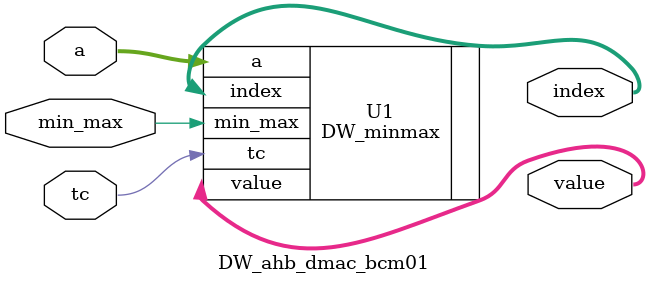
<source format=v>
module DW_ahb_dmac_bcm01 (
  // Inputs
  a,
  tc,
  min_max,
  // Outputs
  value,
  index
);

  parameter integer WIDTH = 4;       // element width
  parameter integer NUM_INPUTS = 8;  // number of elements in input array
  parameter integer INDEX_WIDTH = 3; // size of index pointer = ceil(log2(NUM_INPUTS))

  input  [NUM_INPUTS*WIDTH-1 : 0] a;     // Concatenated input vector
  input                           tc;    // 0 = unsigned, 1 = signed
  input                           min_max; // 0 = find min, 1 = find max
  output [WIDTH-1:0]              value; // mon or max value found
  output [INDEX_WIDTH-1:0]        index; // index to value found

  DW_minmax #(WIDTH, NUM_INPUTS) U1 (
    .a(a),
    .tc(tc),
    .min_max(min_max),
    .value(value),
    .index(index)
  );

endmodule
</source>
